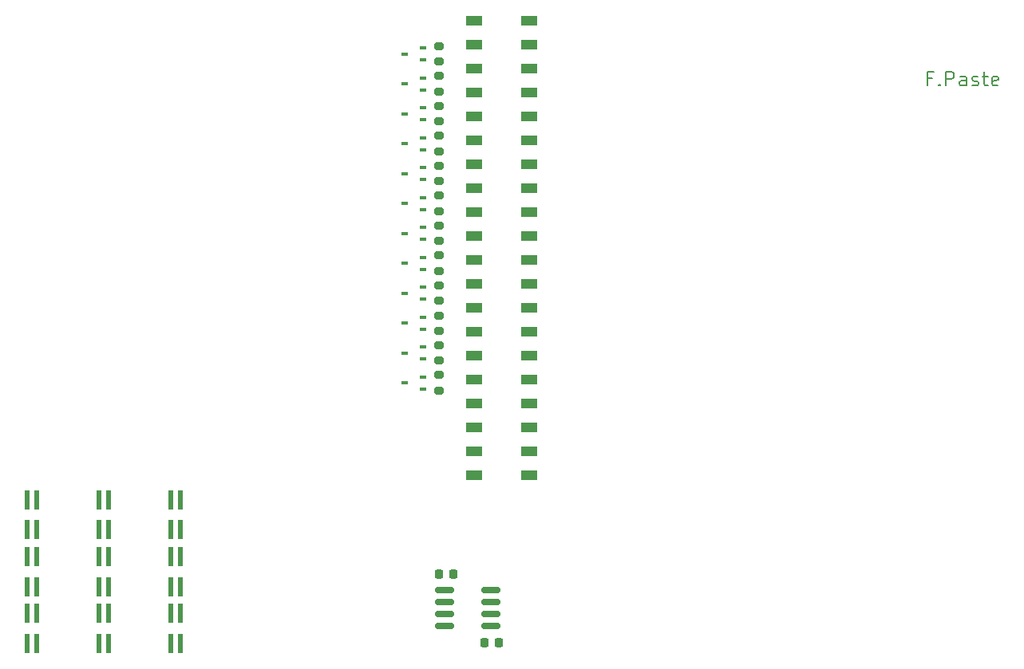
<source format=gbr>
%TF.GenerationSoftware,KiCad,Pcbnew,7.0.9-7.0.9~ubuntu20.04.1*%
%TF.CreationDate,2023-12-26T14:03:14-08:00*%
%TF.ProjectId,NX-IndicatorBoard,4e582d49-6e64-4696-9361-746f72426f61,1*%
%TF.SameCoordinates,Original*%
%TF.FileFunction,Paste,Top*%
%TF.FilePolarity,Positive*%
%FSLAX46Y46*%
G04 Gerber Fmt 4.6, Leading zero omitted, Abs format (unit mm)*
G04 Created by KiCad (PCBNEW 7.0.9-7.0.9~ubuntu20.04.1) date 2023-12-26 14:03:14*
%MOMM*%
%LPD*%
G01*
G04 APERTURE LIST*
G04 Aperture macros list*
%AMRoundRect*
0 Rectangle with rounded corners*
0 $1 Rounding radius*
0 $2 $3 $4 $5 $6 $7 $8 $9 X,Y pos of 4 corners*
0 Add a 4 corners polygon primitive as box body*
4,1,4,$2,$3,$4,$5,$6,$7,$8,$9,$2,$3,0*
0 Add four circle primitives for the rounded corners*
1,1,$1+$1,$2,$3*
1,1,$1+$1,$4,$5*
1,1,$1+$1,$6,$7*
1,1,$1+$1,$8,$9*
0 Add four rect primitives between the rounded corners*
20,1,$1+$1,$2,$3,$4,$5,0*
20,1,$1+$1,$4,$5,$6,$7,0*
20,1,$1+$1,$6,$7,$8,$9,0*
20,1,$1+$1,$8,$9,$2,$3,0*%
G04 Aperture macros list end*
%ADD10C,0.187500*%
%ADD11RoundRect,0.150000X0.825000X0.150000X-0.825000X0.150000X-0.825000X-0.150000X0.825000X-0.150000X0*%
%ADD12RoundRect,0.200000X-0.275000X0.200000X-0.275000X-0.200000X0.275000X-0.200000X0.275000X0.200000X0*%
%ADD13R,0.700000X0.450000*%
%ADD14RoundRect,0.225000X-0.225000X-0.250000X0.225000X-0.250000X0.225000X0.250000X-0.225000X0.250000X0*%
%ADD15R,1.780000X1.020000*%
%ADD16R,0.550000X2.000000*%
G04 APERTURE END LIST*
D10*
X203672497Y-62012964D02*
X203172497Y-62012964D01*
X203172497Y-62798678D02*
X203172497Y-61298678D01*
X203172497Y-61298678D02*
X203886783Y-61298678D01*
X204458211Y-62655821D02*
X204529640Y-62727250D01*
X204529640Y-62727250D02*
X204458211Y-62798678D01*
X204458211Y-62798678D02*
X204386783Y-62727250D01*
X204386783Y-62727250D02*
X204458211Y-62655821D01*
X204458211Y-62655821D02*
X204458211Y-62798678D01*
X205172497Y-62798678D02*
X205172497Y-61298678D01*
X205172497Y-61298678D02*
X205743926Y-61298678D01*
X205743926Y-61298678D02*
X205886783Y-61370107D01*
X205886783Y-61370107D02*
X205958212Y-61441535D01*
X205958212Y-61441535D02*
X206029640Y-61584392D01*
X206029640Y-61584392D02*
X206029640Y-61798678D01*
X206029640Y-61798678D02*
X205958212Y-61941535D01*
X205958212Y-61941535D02*
X205886783Y-62012964D01*
X205886783Y-62012964D02*
X205743926Y-62084392D01*
X205743926Y-62084392D02*
X205172497Y-62084392D01*
X207315355Y-62798678D02*
X207315355Y-62012964D01*
X207315355Y-62012964D02*
X207243926Y-61870107D01*
X207243926Y-61870107D02*
X207101069Y-61798678D01*
X207101069Y-61798678D02*
X206815355Y-61798678D01*
X206815355Y-61798678D02*
X206672497Y-61870107D01*
X207315355Y-62727250D02*
X207172497Y-62798678D01*
X207172497Y-62798678D02*
X206815355Y-62798678D01*
X206815355Y-62798678D02*
X206672497Y-62727250D01*
X206672497Y-62727250D02*
X206601069Y-62584392D01*
X206601069Y-62584392D02*
X206601069Y-62441535D01*
X206601069Y-62441535D02*
X206672497Y-62298678D01*
X206672497Y-62298678D02*
X206815355Y-62227250D01*
X206815355Y-62227250D02*
X207172497Y-62227250D01*
X207172497Y-62227250D02*
X207315355Y-62155821D01*
X207958212Y-62727250D02*
X208101069Y-62798678D01*
X208101069Y-62798678D02*
X208386783Y-62798678D01*
X208386783Y-62798678D02*
X208529640Y-62727250D01*
X208529640Y-62727250D02*
X208601069Y-62584392D01*
X208601069Y-62584392D02*
X208601069Y-62512964D01*
X208601069Y-62512964D02*
X208529640Y-62370107D01*
X208529640Y-62370107D02*
X208386783Y-62298678D01*
X208386783Y-62298678D02*
X208172498Y-62298678D01*
X208172498Y-62298678D02*
X208029640Y-62227250D01*
X208029640Y-62227250D02*
X207958212Y-62084392D01*
X207958212Y-62084392D02*
X207958212Y-62012964D01*
X207958212Y-62012964D02*
X208029640Y-61870107D01*
X208029640Y-61870107D02*
X208172498Y-61798678D01*
X208172498Y-61798678D02*
X208386783Y-61798678D01*
X208386783Y-61798678D02*
X208529640Y-61870107D01*
X209029641Y-61798678D02*
X209601069Y-61798678D01*
X209243926Y-61298678D02*
X209243926Y-62584392D01*
X209243926Y-62584392D02*
X209315355Y-62727250D01*
X209315355Y-62727250D02*
X209458212Y-62798678D01*
X209458212Y-62798678D02*
X209601069Y-62798678D01*
X210672498Y-62727250D02*
X210529641Y-62798678D01*
X210529641Y-62798678D02*
X210243927Y-62798678D01*
X210243927Y-62798678D02*
X210101069Y-62727250D01*
X210101069Y-62727250D02*
X210029641Y-62584392D01*
X210029641Y-62584392D02*
X210029641Y-62012964D01*
X210029641Y-62012964D02*
X210101069Y-61870107D01*
X210101069Y-61870107D02*
X210243927Y-61798678D01*
X210243927Y-61798678D02*
X210529641Y-61798678D01*
X210529641Y-61798678D02*
X210672498Y-61870107D01*
X210672498Y-61870107D02*
X210743927Y-62012964D01*
X210743927Y-62012964D02*
X210743927Y-62155821D01*
X210743927Y-62155821D02*
X210029641Y-62298678D01*
D11*
%TO.C,U1*%
X156907000Y-120205000D03*
X156907000Y-118935000D03*
X156907000Y-117665000D03*
X156907000Y-116395000D03*
X151957000Y-116395000D03*
X151957000Y-117665000D03*
X151957000Y-118935000D03*
X151957000Y-120205000D03*
%TD*%
D12*
%TO.C,R10*%
X151384000Y-87193000D03*
X151384000Y-88843000D03*
%TD*%
D13*
%TO.C,Q1*%
X149733000Y-60071000D03*
X149733000Y-58771000D03*
X147733000Y-59421000D03*
%TD*%
D12*
%TO.C,R7*%
X151384000Y-77661000D03*
X151384000Y-79311000D03*
%TD*%
D13*
%TO.C,Q7*%
X149717000Y-79136000D03*
X149717000Y-77836000D03*
X147717000Y-78486000D03*
%TD*%
D14*
%TO.C,C1*%
X151371000Y-114681000D03*
X152921000Y-114681000D03*
%TD*%
D13*
%TO.C,Q5*%
X149717000Y-72786000D03*
X149717000Y-71486000D03*
X147717000Y-72136000D03*
%TD*%
D12*
%TO.C,R3*%
X151384000Y-64961000D03*
X151384000Y-66611000D03*
%TD*%
D15*
%TO.C,J2*%
X160910000Y-104130000D03*
X155090000Y-104130000D03*
X160910000Y-101590000D03*
X155090000Y-101590000D03*
X160910000Y-99050000D03*
X155090000Y-99050000D03*
X160910000Y-96510000D03*
X155090000Y-96510000D03*
X160910000Y-93970000D03*
X155090000Y-93970000D03*
X160910000Y-91430000D03*
X155090000Y-91430000D03*
X160910000Y-88890000D03*
X155090000Y-88890000D03*
X160910000Y-86350000D03*
X155090000Y-86350000D03*
X160910000Y-83810000D03*
X155090000Y-83810000D03*
X160910000Y-81270000D03*
X155090000Y-81270000D03*
X160910000Y-78730000D03*
X155090000Y-78730000D03*
X160910000Y-76190000D03*
X155090000Y-76190000D03*
X160910000Y-73650000D03*
X155090000Y-73650000D03*
X160910000Y-71110000D03*
X155090000Y-71110000D03*
X160910000Y-68570000D03*
X155090000Y-68570000D03*
X160910000Y-66030000D03*
X155090000Y-66030000D03*
X160910000Y-63490000D03*
X155090000Y-63490000D03*
X160910000Y-60950000D03*
X155090000Y-60950000D03*
X160910000Y-58410000D03*
X155090000Y-58410000D03*
X160910000Y-55870000D03*
X155090000Y-55870000D03*
%TD*%
D16*
%TO.C,D1*%
X107679000Y-106756400D03*
X107679000Y-109956400D03*
X108729000Y-106756400D03*
X108729000Y-109956400D03*
%TD*%
D13*
%TO.C,Q11*%
X149717000Y-91836000D03*
X149717000Y-90536000D03*
X147717000Y-91186000D03*
%TD*%
D12*
%TO.C,R1*%
X151384000Y-58611000D03*
X151384000Y-60261000D03*
%TD*%
D16*
%TO.C,D7*%
X107679000Y-118846800D03*
X107679000Y-122046800D03*
X108729000Y-118846800D03*
X108729000Y-122046800D03*
%TD*%
D13*
%TO.C,Q3*%
X149717000Y-66436000D03*
X149717000Y-65136000D03*
X147717000Y-65786000D03*
%TD*%
D16*
%TO.C,D5*%
X115299000Y-112801600D03*
X115299000Y-116001600D03*
X116349000Y-112801600D03*
X116349000Y-116001600D03*
%TD*%
D13*
%TO.C,Q2*%
X149717000Y-63261000D03*
X149717000Y-61961000D03*
X147717000Y-62611000D03*
%TD*%
D12*
%TO.C,R12*%
X151384000Y-93536000D03*
X151384000Y-95186000D03*
%TD*%
D16*
%TO.C,D3*%
X122919000Y-106756400D03*
X122919000Y-109956400D03*
X123969000Y-106756400D03*
X123969000Y-109956400D03*
%TD*%
D13*
%TO.C,Q4*%
X149717000Y-69611000D03*
X149717000Y-68311000D03*
X147717000Y-68961000D03*
%TD*%
D12*
%TO.C,R2*%
X151384000Y-61786000D03*
X151384000Y-63436000D03*
%TD*%
D14*
%TO.C,C2*%
X156197000Y-121920000D03*
X157747000Y-121920000D03*
%TD*%
D12*
%TO.C,R5*%
X151384000Y-71311000D03*
X151384000Y-72961000D03*
%TD*%
D16*
%TO.C,D4*%
X107679000Y-112801600D03*
X107679000Y-116001600D03*
X108729000Y-112801600D03*
X108729000Y-116001600D03*
%TD*%
D13*
%TO.C,Q12*%
X149717000Y-95011000D03*
X149717000Y-93711000D03*
X147717000Y-94361000D03*
%TD*%
D12*
%TO.C,R8*%
X151384000Y-80836000D03*
X151384000Y-82486000D03*
%TD*%
D16*
%TO.C,D6*%
X122919000Y-112801600D03*
X122919000Y-116001600D03*
X123969000Y-112801600D03*
X123969000Y-116001600D03*
%TD*%
D13*
%TO.C,Q9*%
X149717000Y-85486000D03*
X149717000Y-84186000D03*
X147717000Y-84836000D03*
%TD*%
D16*
%TO.C,D8*%
X115299000Y-118846800D03*
X115299000Y-122046800D03*
X116349000Y-118846800D03*
X116349000Y-122046800D03*
%TD*%
%TO.C,D2*%
X115299000Y-106756400D03*
X115299000Y-109956400D03*
X116349000Y-106756400D03*
X116349000Y-109956400D03*
%TD*%
D12*
%TO.C,R9*%
X151384000Y-84011000D03*
X151384000Y-85661000D03*
%TD*%
D13*
%TO.C,Q8*%
X149717000Y-82311000D03*
X149717000Y-81011000D03*
X147717000Y-81661000D03*
%TD*%
D12*
%TO.C,R11*%
X151384000Y-90361000D03*
X151384000Y-92011000D03*
%TD*%
D16*
%TO.C,D9*%
X122919000Y-118846800D03*
X122919000Y-122046800D03*
X123969000Y-118846800D03*
X123969000Y-122046800D03*
%TD*%
D12*
%TO.C,R6*%
X151384000Y-74486000D03*
X151384000Y-76136000D03*
%TD*%
D13*
%TO.C,Q6*%
X149717000Y-75961000D03*
X149717000Y-74661000D03*
X147717000Y-75311000D03*
%TD*%
%TO.C,Q10*%
X149717000Y-88661000D03*
X149717000Y-87361000D03*
X147717000Y-88011000D03*
%TD*%
D12*
%TO.C,R4*%
X151384000Y-68136000D03*
X151384000Y-69786000D03*
%TD*%
M02*

</source>
